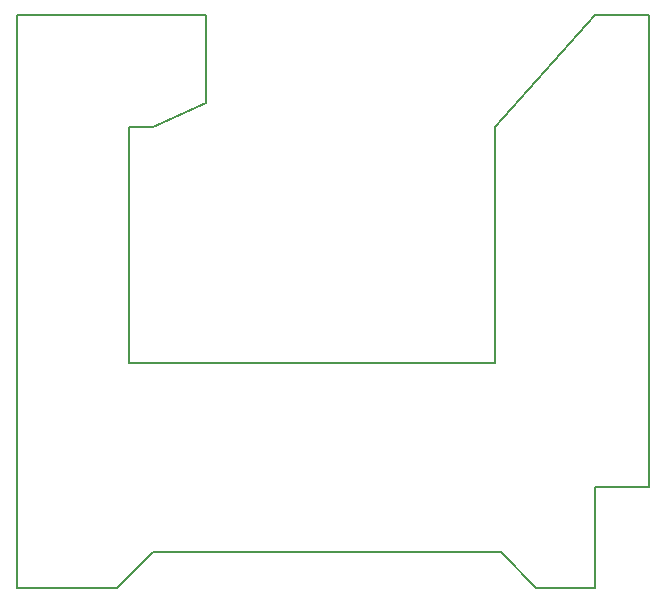
<source format=gm1>
G04 #@! TF.FileFunction,Profile,NP*
%FSLAX46Y46*%
G04 Gerber Fmt 4.6, Leading zero omitted, Abs format (unit mm)*
G04 Created by KiCad (PCBNEW 4.0.2-stable) date Monday, April 10, 2017 'PMt' 01:57:30 PM*
%MOMM*%
G01*
G04 APERTURE LIST*
%ADD10C,0.100000*%
%ADD11C,0.150000*%
G04 APERTURE END LIST*
D10*
D11*
X136213800Y-85207600D02*
X139213800Y-88207600D01*
X106713800Y-85207600D02*
X136213800Y-85207600D01*
X103713800Y-88207600D02*
X106713800Y-85207600D01*
X144213800Y-88207600D02*
X143713800Y-88207600D01*
X144213800Y-79707600D02*
X144213800Y-88207600D01*
X148713800Y-79707600D02*
X144213800Y-79707600D01*
X148713800Y-66207600D02*
X148713800Y-79707600D01*
X148713800Y-39707600D02*
X148213800Y-39707600D01*
X148713800Y-66207600D02*
X148713800Y-39707600D01*
X106713800Y-49207600D02*
X111213800Y-47207600D01*
X104713800Y-49207600D02*
X106713800Y-49207600D01*
X104713800Y-49707600D02*
X104713800Y-49207600D01*
X147713800Y-39707600D02*
X148213800Y-39707600D01*
X144213800Y-39707600D02*
X147713800Y-39707600D01*
X135713800Y-49207600D02*
X144213800Y-39707600D01*
X135713800Y-69207600D02*
X135713800Y-49207600D01*
X104713800Y-69207600D02*
X135713800Y-69207600D01*
X104713800Y-49707600D02*
X104713800Y-69207600D01*
X111213800Y-39707600D02*
X111213800Y-47207600D01*
X95213800Y-39707600D02*
X111213800Y-39707600D01*
X95213800Y-88207600D02*
X95213800Y-39707600D01*
X95713800Y-88207600D02*
X95213800Y-88207600D01*
X103713800Y-88207600D02*
X95713800Y-88207600D01*
X143713800Y-88207600D02*
X139213800Y-88207600D01*
M02*

</source>
